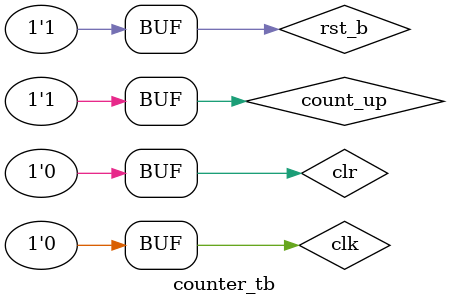
<source format=v>
module counter #(
    parameter width = 8,
    parameter initValue = 8'hff
)(
    input clk,
	input rst_b, //asincron, activ la 0 -> aduce continutul la valoarea initiala
	input count_up, // sincron, activ la 1, incrementeaza continutul
	input clr, // sincron, activ la 1, seteaza continutul la valoarea iniyiala, are prioritate mai mare decat c_up
	output reg [width - 1 : 0] q
);

always @(posedge clk, negedge rst_b) begin
    if(!rst_b)
        q <= initValue;
    else if(clr)
        q <= initValue;
    else if(count_up)
        q <= q + 1;
end

endmodule

// t = 100 ns
// pulse rst = 5 ns -> 1

module counter_tb;
reg clk;
reg rst_b;
reg count_up;
reg clr;

wire [7:0] q;

counter #(.width(8), .initValue(8'hff)) instanta(
    .clk(clk),
    .rst_b(rst_b),
    .count_up(count_up),
    .clr(clr),
    .q(q)
);

// clk generation

localparam CLK_PERIOD = 100;
localparam RUNNING_CYCLES = 7;

initial begin
    //intai setam clk la 0 -> ne uitam pe desen de unde incepe
    clk = 0;

    repeat (2 * RUNNING_CYCLES) #(CLK_PERIOD / 2) clk = ~clk;
end

// rst_b generation

localparam RST_DURATION = 5;
initial begin
    rst_b = 0;
    #RST_DURATION rst_b = ~rst_b;
end

// acum construim celelalte semnale

initial begin
    $display("clk rst count_up clr q");
    $monitor("%b   %b    %b    %b   | %h", clk, rst_b, count_up, clr, q);
    //setam valorile initiale
    count_up = 1;
    clr = 0;
    // construim dupa care apare prima data
    #(2 * CLK_PERIOD) clr = 1;
    #(1 * CLK_PERIOD) clr = 0;
    #(1 * CLK_PERIOD) count_up = 0;
    #(1 * CLK_PERIOD) count_up = 1;
end



endmodule
</source>
